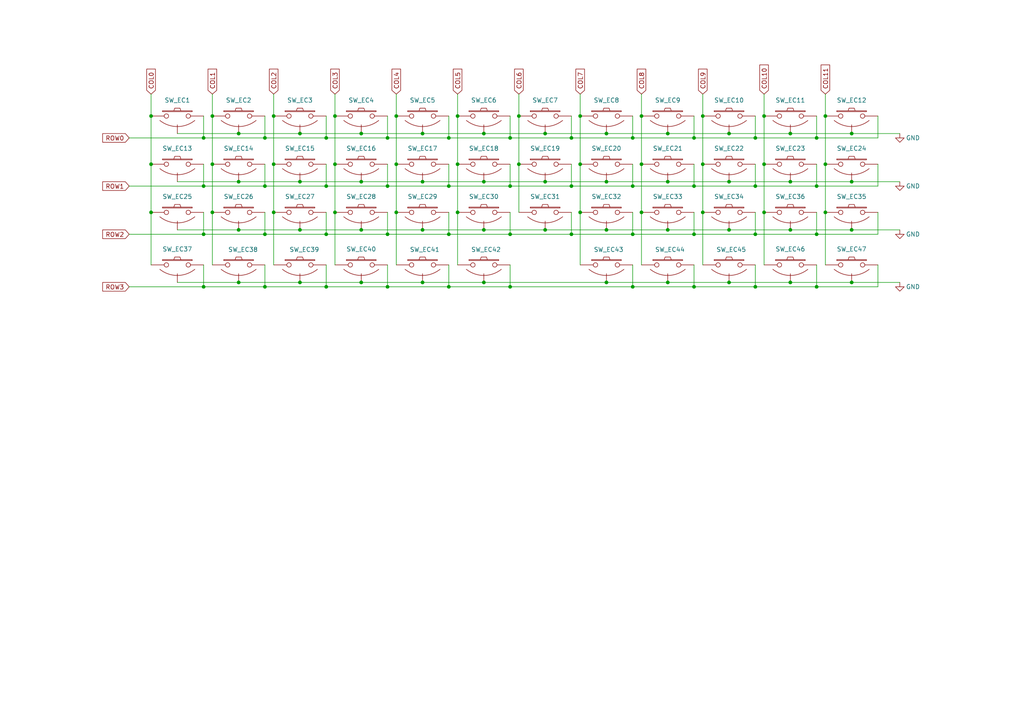
<source format=kicad_sch>
(kicad_sch (version 20230121) (generator eeschema)
  (paper "A4")
  (lib_symbols
    (symbol "cipulot_parts:EC_SW" (pin_numbers hide) (pin_names (offset 1.016) hide)
      (property "Reference" "SW" (at 3.81 2.794 0))
      (property "Value" "EC_SW" (at -3.81 3.81 0))
      (symbol "EC_SW_0_1"
        (arc (start -5.08 -1.27) (mid 0 -3.052) (end 5.08 -1.27))
        (rectangle (start -4.318 1.27) (end 4.318 1.524))
        (polyline (pts (xy -1.016 1.524) (xy -0.762 2.286) (xy 0.762 2.286) (xy 1.016 1.524)))
        (pin passive inverted (at -7.62 0 0) (length 5.08) (name "1") (number "1"))
        (pin passive inverted (at 7.62 0 180) (length 5.08) (name "2") (number "2"))
      )
      (symbol "EC_SW_1_1"
        (pin input line (at 0 -5.08 90) (length 2.54) (name "SG") (number "3"))
      )
    )
    (symbol "power:GND" (power) (pin_names (offset 0))
      (property "Value" "GND" (at 0 -3.81 0))
      (symbol "GND_0_1"
        (polyline (pts (xy 0 0) (xy 0 -1.27) (xy 1.27 -1.27) (xy 0 -2.54) (xy -1.27 -1.27) (xy 0 -1.27)))
      )
      (symbol "GND_1_1"
        (pin power_in line (at 0 0 270) (length 0) hide (name "GND") (number "1"))
      )
    )
  )
  (junction (at 69.215 38.735))
  (junction (at 114.935 47.625))
  (junction (at 112.395 40.005))
  (junction (at 79.375 33.655))
  (junction (at 175.895 38.735))
  (junction (at 76.835 40.005))
  (junction (at 94.615 53.975))
  (junction (at 147.955 83.185))
  (junction (at 61.595 61.595))
  (junction (at 219.075 53.975))
  (junction (at 97.155 47.625))
  (junction (at 193.675 52.705))
  (junction (at 86.995 66.675))
  (junction (at 43.815 47.625))
  (junction (at 69.215 81.915))
  (junction (at 104.775 38.735))
  (junction (at 130.175 67.945))
  (junction (at 236.855 83.185))
  (junction (at 247.015 66.675))
  (junction (at 112.395 53.975))
  (junction (at 150.495 33.655))
  (junction (at 147.955 67.945))
  (junction (at 229.235 66.675))
  (junction (at 94.615 83.185))
  (junction (at 140.335 66.675))
  (junction (at 147.955 40.005))
  (junction (at 165.735 67.945))
  (junction (at 43.815 61.595))
  (junction (at 79.375 47.625))
  (junction (at 104.775 66.675))
  (junction (at 229.235 81.915))
  (junction (at 122.555 66.675))
  (junction (at 229.235 52.705))
  (junction (at 247.015 81.915))
  (junction (at 76.835 53.975))
  (junction (at 193.675 38.735))
  (junction (at 59.055 40.005))
  (junction (at 236.855 67.945))
  (junction (at 59.055 53.975))
  (junction (at 175.895 81.915))
  (junction (at 140.335 38.735))
  (junction (at 76.835 83.185))
  (junction (at 132.715 61.595))
  (junction (at 97.155 61.595))
  (junction (at 219.075 67.945))
  (junction (at 122.555 81.915))
  (junction (at 132.715 33.655))
  (junction (at 168.275 61.595))
  (junction (at 219.075 40.005))
  (junction (at 86.995 81.915))
  (junction (at 112.395 67.945))
  (junction (at 130.175 83.185))
  (junction (at 183.515 83.185))
  (junction (at 183.515 40.005))
  (junction (at 59.055 83.185))
  (junction (at 247.015 38.735))
  (junction (at 168.275 33.655))
  (junction (at 239.395 47.625))
  (junction (at 175.895 66.675))
  (junction (at 165.735 40.005))
  (junction (at 114.935 61.595))
  (junction (at 186.055 33.655))
  (junction (at 140.335 52.705))
  (junction (at 201.295 53.975))
  (junction (at 86.995 38.735))
  (junction (at 43.815 33.655))
  (junction (at 158.115 38.735))
  (junction (at 229.235 38.735))
  (junction (at 104.775 81.915))
  (junction (at 211.455 38.735))
  (junction (at 76.835 67.945))
  (junction (at 122.555 38.735))
  (junction (at 140.335 81.915))
  (junction (at 114.935 33.655))
  (junction (at 104.775 52.705))
  (junction (at 165.735 53.975))
  (junction (at 69.215 52.705))
  (junction (at 130.175 40.005))
  (junction (at 236.855 53.975))
  (junction (at 122.555 52.705))
  (junction (at 211.455 81.915))
  (junction (at 221.615 47.625))
  (junction (at 193.675 66.675))
  (junction (at 130.175 53.975))
  (junction (at 69.215 66.675))
  (junction (at 201.295 40.005))
  (junction (at 59.055 67.945))
  (junction (at 186.055 47.625))
  (junction (at 236.855 40.005))
  (junction (at 239.395 33.655))
  (junction (at 219.075 83.185))
  (junction (at 175.895 52.705))
  (junction (at 203.835 61.595))
  (junction (at 239.395 61.595))
  (junction (at 186.055 61.595))
  (junction (at 94.615 40.005))
  (junction (at 150.495 47.625))
  (junction (at 201.295 67.945))
  (junction (at 158.115 52.705))
  (junction (at 79.375 61.595))
  (junction (at 221.615 33.655))
  (junction (at 132.715 47.625))
  (junction (at 211.455 52.705))
  (junction (at 221.615 61.595))
  (junction (at 112.395 83.185))
  (junction (at 193.675 81.915))
  (junction (at 247.015 52.705))
  (junction (at 86.995 52.705))
  (junction (at 203.835 47.625))
  (junction (at 201.295 83.185))
  (junction (at 61.595 47.625))
  (junction (at 168.275 47.625))
  (junction (at 94.615 67.945))
  (junction (at 203.835 33.655))
  (junction (at 147.955 53.975))
  (junction (at 183.515 53.975))
  (junction (at 183.515 67.945))
  (junction (at 158.115 66.675))
  (junction (at 211.455 66.675))
  (junction (at 61.595 33.655))
  (junction (at 97.155 33.655))
  (wire (pts (xy 247.015 52.705) (xy 260.985 52.705)))
  (wire (pts (xy 112.395 67.945) (xy 130.175 67.945)))
  (wire (pts (xy 69.215 66.675) (xy 86.995 66.675)))
  (wire (pts (xy 130.175 33.655) (xy 130.175 40.005)))
  (wire (pts (xy 59.055 33.655) (xy 59.055 40.005)))
  (wire (pts (xy 112.395 76.835) (xy 112.395 83.185)))
  (wire (pts (xy 211.455 81.915) (xy 229.235 81.915)))
  (wire (pts (xy 122.555 52.705) (xy 140.335 52.705)))
  (wire (pts (xy 61.595 61.595) (xy 61.595 76.835)))
  (wire (pts (xy 221.615 27.305) (xy 221.615 33.655)))
  (wire (pts (xy 211.455 52.705) (xy 229.235 52.705)))
  (wire (pts (xy 114.935 47.625) (xy 114.935 61.595)))
  (wire (pts (xy 76.835 83.185) (xy 94.615 83.185)))
  (wire (pts (xy 147.955 67.945) (xy 165.735 67.945)))
  (wire (pts (xy 229.235 38.735) (xy 247.015 38.735)))
  (wire (pts (xy 147.955 40.005) (xy 165.735 40.005)))
  (wire (pts (xy 86.995 52.705) (xy 104.775 52.705)))
  (wire (pts (xy 168.275 61.595) (xy 168.275 76.835)))
  (wire (pts (xy 186.055 61.595) (xy 186.055 76.835)))
  (wire (pts (xy 86.995 66.675) (xy 104.775 66.675)))
  (wire (pts (xy 247.015 38.735) (xy 260.985 38.735)))
  (wire (pts (xy 165.735 40.005) (xy 183.515 40.005)))
  (wire (pts (xy 193.675 66.675) (xy 211.455 66.675)))
  (wire (pts (xy 203.835 27.305) (xy 203.835 33.655)))
  (wire (pts (xy 76.835 33.655) (xy 76.835 40.005)))
  (wire (pts (xy 43.815 47.625) (xy 43.815 61.595)))
  (wire (pts (xy 183.515 53.975) (xy 201.295 53.975)))
  (wire (pts (xy 165.735 53.975) (xy 183.515 53.975)))
  (wire (pts (xy 175.895 38.735) (xy 193.675 38.735)))
  (wire (pts (xy 43.815 27.305) (xy 43.815 33.655)))
  (wire (pts (xy 147.955 76.835) (xy 147.955 83.185)))
  (wire (pts (xy 165.735 33.655) (xy 165.735 40.005)))
  (wire (pts (xy 158.115 66.675) (xy 175.895 66.675)))
  (wire (pts (xy 94.615 33.655) (xy 94.615 40.005)))
  (wire (pts (xy 61.595 33.655) (xy 61.595 47.625)))
  (wire (pts (xy 94.615 53.975) (xy 112.395 53.975)))
  (wire (pts (xy 114.935 27.305) (xy 114.935 33.655)))
  (wire (pts (xy 236.855 47.625) (xy 236.855 53.975)))
  (wire (pts (xy 94.615 61.595) (xy 94.615 67.945)))
  (wire (pts (xy 59.055 76.835) (xy 59.055 83.185)))
  (wire (pts (xy 132.715 47.625) (xy 132.715 61.595)))
  (wire (pts (xy 94.615 47.625) (xy 94.615 53.975)))
  (wire (pts (xy 37.465 83.185) (xy 59.055 83.185)))
  (wire (pts (xy 147.955 47.625) (xy 147.955 53.975)))
  (wire (pts (xy 165.735 61.595) (xy 165.735 67.945)))
  (wire (pts (xy 247.015 66.675) (xy 260.985 66.675)))
  (wire (pts (xy 104.775 38.735) (xy 122.555 38.735)))
  (wire (pts (xy 79.375 27.305) (xy 79.375 33.655)))
  (wire (pts (xy 51.435 52.705) (xy 69.215 52.705)))
  (wire (pts (xy 201.295 40.005) (xy 219.075 40.005)))
  (wire (pts (xy 221.615 33.655) (xy 221.615 47.625)))
  (wire (pts (xy 76.835 40.005) (xy 94.615 40.005)))
  (wire (pts (xy 51.435 38.735) (xy 69.215 38.735)))
  (wire (pts (xy 236.855 53.975) (xy 254.635 53.975)))
  (wire (pts (xy 122.555 38.735) (xy 140.335 38.735)))
  (wire (pts (xy 79.375 47.625) (xy 79.375 61.595)))
  (wire (pts (xy 130.175 76.835) (xy 130.175 83.185)))
  (wire (pts (xy 168.275 27.305) (xy 168.275 33.655)))
  (wire (pts (xy 193.675 81.915) (xy 211.455 81.915)))
  (wire (pts (xy 112.395 47.625) (xy 112.395 53.975)))
  (wire (pts (xy 211.455 66.675) (xy 229.235 66.675)))
  (wire (pts (xy 203.835 47.625) (xy 203.835 61.595)))
  (wire (pts (xy 229.235 66.675) (xy 247.015 66.675)))
  (wire (pts (xy 130.175 83.185) (xy 147.955 83.185)))
  (wire (pts (xy 219.075 53.975) (xy 236.855 53.975)))
  (wire (pts (xy 130.175 53.975) (xy 147.955 53.975)))
  (wire (pts (xy 236.855 83.185) (xy 254.635 83.185)))
  (wire (pts (xy 186.055 33.655) (xy 186.055 47.625)))
  (wire (pts (xy 219.075 40.005) (xy 236.855 40.005)))
  (wire (pts (xy 168.275 47.625) (xy 168.275 61.595)))
  (wire (pts (xy 175.895 52.705) (xy 193.675 52.705)))
  (wire (pts (xy 239.395 33.655) (xy 239.395 47.625)))
  (wire (pts (xy 76.835 53.975) (xy 94.615 53.975)))
  (wire (pts (xy 183.515 83.185) (xy 201.295 83.185)))
  (wire (pts (xy 254.635 76.835) (xy 254.635 83.185)))
  (wire (pts (xy 112.395 33.655) (xy 112.395 40.005)))
  (wire (pts (xy 219.075 61.595) (xy 219.075 67.945)))
  (wire (pts (xy 130.175 61.595) (xy 130.175 67.945)))
  (wire (pts (xy 229.235 52.705) (xy 247.015 52.705)))
  (wire (pts (xy 211.455 38.735) (xy 229.235 38.735)))
  (wire (pts (xy 97.155 61.595) (xy 97.155 76.835)))
  (wire (pts (xy 165.735 67.945) (xy 183.515 67.945)))
  (wire (pts (xy 201.295 76.835) (xy 201.295 83.185)))
  (wire (pts (xy 43.815 61.595) (xy 43.815 76.835)))
  (wire (pts (xy 175.895 66.675) (xy 193.675 66.675)))
  (wire (pts (xy 158.115 38.735) (xy 175.895 38.735)))
  (wire (pts (xy 219.075 76.835) (xy 219.075 83.185)))
  (wire (pts (xy 122.555 81.915) (xy 140.335 81.915)))
  (wire (pts (xy 130.175 47.625) (xy 130.175 53.975)))
  (wire (pts (xy 236.855 76.835) (xy 236.855 83.185)))
  (wire (pts (xy 140.335 52.705) (xy 158.115 52.705)))
  (wire (pts (xy 219.075 83.185) (xy 236.855 83.185)))
  (wire (pts (xy 236.855 61.595) (xy 236.855 67.945)))
  (wire (pts (xy 239.395 47.625) (xy 239.395 61.595)))
  (wire (pts (xy 86.995 81.915) (xy 104.775 81.915)))
  (wire (pts (xy 236.855 40.005) (xy 254.635 40.005)))
  (wire (pts (xy 59.055 83.185) (xy 76.835 83.185)))
  (wire (pts (xy 201.295 67.945) (xy 219.075 67.945)))
  (wire (pts (xy 61.595 47.625) (xy 61.595 61.595)))
  (wire (pts (xy 183.515 40.005) (xy 201.295 40.005)))
  (wire (pts (xy 201.295 47.625) (xy 201.295 53.975)))
  (wire (pts (xy 104.775 81.915) (xy 122.555 81.915)))
  (wire (pts (xy 203.835 61.595) (xy 203.835 76.835)))
  (wire (pts (xy 254.635 61.595) (xy 254.635 67.945)))
  (wire (pts (xy 59.055 40.005) (xy 76.835 40.005)))
  (wire (pts (xy 97.155 47.625) (xy 97.155 61.595)))
  (wire (pts (xy 150.495 47.625) (xy 150.495 61.595)))
  (wire (pts (xy 94.615 40.005) (xy 112.395 40.005)))
  (wire (pts (xy 140.335 66.675) (xy 158.115 66.675)))
  (wire (pts (xy 193.675 38.735) (xy 211.455 38.735)))
  (wire (pts (xy 183.515 33.655) (xy 183.515 40.005)))
  (wire (pts (xy 254.635 47.625) (xy 254.635 53.975)))
  (wire (pts (xy 112.395 61.595) (xy 112.395 67.945)))
  (wire (pts (xy 51.435 66.675) (xy 69.215 66.675)))
  (wire (pts (xy 132.715 61.595) (xy 132.715 76.835)))
  (wire (pts (xy 104.775 66.675) (xy 122.555 66.675)))
  (wire (pts (xy 79.375 33.655) (xy 79.375 47.625)))
  (wire (pts (xy 122.555 66.675) (xy 140.335 66.675)))
  (wire (pts (xy 97.155 33.655) (xy 97.155 47.625)))
  (wire (pts (xy 254.635 33.655) (xy 254.635 40.005)))
  (wire (pts (xy 43.815 33.655) (xy 43.815 47.625)))
  (wire (pts (xy 193.675 52.705) (xy 211.455 52.705)))
  (wire (pts (xy 219.075 47.625) (xy 219.075 53.975)))
  (wire (pts (xy 114.935 61.595) (xy 114.935 76.835)))
  (wire (pts (xy 201.295 83.185) (xy 219.075 83.185)))
  (wire (pts (xy 229.235 81.915) (xy 247.015 81.915)))
  (wire (pts (xy 114.935 33.655) (xy 114.935 47.625)))
  (wire (pts (xy 94.615 67.945) (xy 112.395 67.945)))
  (wire (pts (xy 147.955 61.595) (xy 147.955 67.945)))
  (wire (pts (xy 112.395 53.975) (xy 130.175 53.975)))
  (wire (pts (xy 203.835 33.655) (xy 203.835 47.625)))
  (wire (pts (xy 112.395 83.185) (xy 130.175 83.185)))
  (wire (pts (xy 94.615 83.185) (xy 112.395 83.185)))
  (wire (pts (xy 183.515 67.945) (xy 201.295 67.945)))
  (wire (pts (xy 51.435 81.915) (xy 69.215 81.915)))
  (wire (pts (xy 132.715 27.305) (xy 132.715 33.655)))
  (wire (pts (xy 59.055 61.595) (xy 59.055 67.945)))
  (wire (pts (xy 37.465 40.005) (xy 59.055 40.005)))
  (wire (pts (xy 175.895 81.915) (xy 193.675 81.915)))
  (wire (pts (xy 97.155 27.305) (xy 97.155 33.655)))
  (wire (pts (xy 201.295 33.655) (xy 201.295 40.005)))
  (wire (pts (xy 150.495 27.305) (xy 150.495 33.655)))
  (wire (pts (xy 130.175 40.005) (xy 147.955 40.005)))
  (wire (pts (xy 236.855 67.945) (xy 254.635 67.945)))
  (wire (pts (xy 86.995 38.735) (xy 104.775 38.735)))
  (wire (pts (xy 150.495 33.655) (xy 150.495 47.625)))
  (wire (pts (xy 76.835 61.595) (xy 76.835 67.945)))
  (wire (pts (xy 147.955 53.975) (xy 165.735 53.975)))
  (wire (pts (xy 183.515 76.835) (xy 183.515 83.185)))
  (wire (pts (xy 219.075 67.945) (xy 236.855 67.945)))
  (wire (pts (xy 201.295 61.595) (xy 201.295 67.945)))
  (wire (pts (xy 147.955 33.655) (xy 147.955 40.005)))
  (wire (pts (xy 183.515 61.595) (xy 183.515 67.945)))
  (wire (pts (xy 37.465 67.945) (xy 59.055 67.945)))
  (wire (pts (xy 59.055 47.625) (xy 59.055 53.975)))
  (wire (pts (xy 76.835 76.835) (xy 76.835 83.185)))
  (wire (pts (xy 168.275 33.655) (xy 168.275 47.625)))
  (wire (pts (xy 140.335 38.735) (xy 158.115 38.735)))
  (wire (pts (xy 239.395 27.305) (xy 239.395 33.655)))
  (wire (pts (xy 221.615 61.595) (xy 221.615 76.835)))
  (wire (pts (xy 219.075 33.655) (xy 219.075 40.005)))
  (wire (pts (xy 94.615 76.835) (xy 94.615 83.185)))
  (wire (pts (xy 130.175 67.945) (xy 147.955 67.945)))
  (wire (pts (xy 236.855 33.655) (xy 236.855 40.005)))
  (wire (pts (xy 59.055 53.975) (xy 76.835 53.975)))
  (wire (pts (xy 140.335 81.915) (xy 175.895 81.915)))
  (wire (pts (xy 104.775 52.705) (xy 122.555 52.705)))
  (wire (pts (xy 201.295 53.975) (xy 219.075 53.975)))
  (wire (pts (xy 183.515 47.625) (xy 183.515 53.975)))
  (wire (pts (xy 247.015 81.915) (xy 260.985 81.915)))
  (wire (pts (xy 165.735 47.625) (xy 165.735 53.975)))
  (wire (pts (xy 158.115 52.705) (xy 175.895 52.705)))
  (wire (pts (xy 186.055 27.305) (xy 186.055 33.655)))
  (wire (pts (xy 239.395 61.595) (xy 239.395 76.835)))
  (wire (pts (xy 221.615 47.625) (xy 221.615 61.595)))
  (wire (pts (xy 61.595 27.305) (xy 61.595 33.655)))
  (wire (pts (xy 69.215 52.705) (xy 86.995 52.705)))
  (wire (pts (xy 147.955 83.185) (xy 183.515 83.185)))
  (wire (pts (xy 59.055 67.945) (xy 76.835 67.945)))
  (wire (pts (xy 76.835 67.945) (xy 94.615 67.945)))
  (wire (pts (xy 112.395 40.005) (xy 130.175 40.005)))
  (wire (pts (xy 69.215 81.915) (xy 86.995 81.915)))
  (wire (pts (xy 132.715 33.655) (xy 132.715 47.625)))
  (wire (pts (xy 79.375 61.595) (xy 79.375 76.835)))
  (wire (pts (xy 69.215 38.735) (xy 86.995 38.735)))
  (wire (pts (xy 37.465 53.975) (xy 59.055 53.975)))
  (wire (pts (xy 186.055 47.625) (xy 186.055 61.595)))
  (wire (pts (xy 76.835 47.625) (xy 76.835 53.975)))
  (global_label "COL11" (shape input) (at 239.395 27.305 90) (property "Intersheetrefs" "${INTERSHEET_REFS}" (effects hide)))
  (global_label "COL9" (shape input) (at 203.835 27.305 90) (property "Intersheetrefs" "${INTERSHEET_REFS}" (effects hide)))
  (global_label "COL6" (shape input) (at 150.495 27.305 90) (property "Intersheetrefs" "${INTERSHEET_REFS}" (effects hide)))
  (global_label "COL8" (shape input) (at 186.055 27.305 90) (property "Intersheetrefs" "${INTERSHEET_REFS}" (effects hide)))
  (global_label "COL5" (shape input) (at 132.715 27.305 90) (property "Intersheetrefs" "${INTERSHEET_REFS}" (effects hide)))
  (global_label "ROW3" (shape input) (at 37.465 83.185 180) (property "Intersheetrefs" "${INTERSHEET_REFS}" (effects hide)))
  (global_label "COL7" (shape input) (at 168.275 27.305 90) (property "Intersheetrefs" "${INTERSHEET_REFS}" (effects hide)))
  (global_label "ROW2" (shape input) (at 37.465 67.945 180) (property "Intersheetrefs" "${INTERSHEET_REFS}" (effects hide)))
  (global_label "COL0" (shape input) (at 43.815 27.305 90) (property "Intersheetrefs" "${INTERSHEET_REFS}" (effects hide)))
  (global_label "ROW1" (shape input) (at 37.465 53.975 180) (property "Intersheetrefs" "${INTERSHEET_REFS}" (effects hide)))
  (global_label "COL1" (shape input) (at 61.595 27.305 90) (property "Intersheetrefs" "${INTERSHEET_REFS}" (effects hide)))
  (global_label "COL4" (shape input) (at 114.935 27.305 90) (property "Intersheetrefs" "${INTERSHEET_REFS}" (effects hide)))
  (global_label "COL10" (shape input) (at 221.615 27.305 90) (property "Intersheetrefs" "${INTERSHEET_REFS}" (effects hide)))
  (global_label "ROW0" (shape input) (at 37.465 40.005 180) (property "Intersheetrefs" "${INTERSHEET_REFS}" (effects hide)))
  (global_label "COL2" (shape input) (at 79.375 27.305 90) (property "Intersheetrefs" "${INTERSHEET_REFS}" (effects hide)))
  (global_label "COL3" (shape input) (at 97.155 27.305 90) (property "Intersheetrefs" "${INTERSHEET_REFS}" (effects hide)))
  (symbol (lib_id "cipulot_parts:EC_SW") (at 140.335 61.595 0) (unit 1)
    (property "Reference" "SW_EC30" (at 140.335 57.023 0))
    (property "Value" "Topre" (effects hide))
    (property "Footprint" "cipulot_parts:ecs_pad_1U_no_ring" (effects hide))
  )
  (symbol (lib_id "cipulot_parts:EC_SW") (at 69.215 61.595 0) (unit 1)
    (property "Reference" "SW_EC26" (at 69.215 57.023 0))
    (property "Value" "Topre" (effects hide))
    (property "Footprint" "cipulot_parts:ecs_pad_1U_no_ring" (effects hide))
  )
  (symbol (lib_id "cipulot_parts:EC_SW") (at 122.555 61.595 0) (unit 1)
    (property "Reference" "SW_EC29" (at 122.555 57.023 0))
    (property "Value" "Topre" (effects hide))
    (property "Footprint" "cipulot_parts:ecs_pad_1U_no_ring" (effects hide))
  )
  (symbol (lib_id "cipulot_parts:EC_SW") (at 69.215 33.655 0) (unit 1)
    (property "Reference" "SW_EC2" (at 69.215 29.083 0))
    (property "Value" "Topre" (effects hide))
    (property "Footprint" "cipulot_parts:ecs_pad_1U_no_ring" (effects hide))
  )
  (symbol (lib_id "cipulot_parts:EC_SW") (at 158.115 33.655 0) (unit 1)
    (property "Reference" "SW_EC7" (at 158.115 29.083 0))
    (property "Value" "Topre" (effects hide))
    (property "Footprint" "cipulot_parts:ecs_pad_1U_no_ring" (effects hide))
  )
  (symbol (lib_id "cipulot_parts:EC_SW") (at 51.435 61.595 0) (unit 1)
    (property "Reference" "SW_EC25" (at 51.435 57.023 0))
    (property "Value" "Topre" (effects hide))
    (property "Footprint" "cipulot_parts:ecs_pad_1U_no_ring" (effects hide))
  )
  (symbol (lib_id "cipulot_parts:EC_SW") (at 211.455 33.655 0) (unit 1)
    (property "Reference" "SW_EC10" (at 211.455 29.083 0))
    (property "Value" "Topre" (effects hide))
    (property "Footprint" "cipulot_parts:ecs_pad_1U_no_ring" (effects hide))
  )
  (symbol (lib_id "power:GND") (at 260.985 81.915 0) (unit 1)
    (property "Reference" "#PWR037" (effects hide))
    (property "Value" "GND" (at 264.795 83.185 0))
    (instances (project "oceanographer EC" (path "" (reference "#PWR037") (unit 1))) (project "EC matrix" (path "" (reference "#PWR011") (unit 1))) (project "forti EC" (path "" (reference "#PWR011") (unit 1))))
  )
  (symbol (lib_id "cipulot_parts:EC_SW") (at 86.995 61.595 0) (unit 1)
    (property "Reference" "SW_EC27" (at 86.995 57.023 0))
    (property "Value" "Topre" (effects hide))
    (property "Footprint" "cipulot_parts:ecs_pad_1U_no_ring" (effects hide))
  )
  (symbol (lib_id "cipulot_parts:EC_SW") (at 229.235 47.625 0) (unit 1)
    (property "Reference" "SW_EC23" (at 229.235 43.053 0))
    (property "Value" "Topre" (effects hide))
    (property "Footprint" "cipulot_parts:ecs_pad_1U_no_ring" (effects hide))
  )
  (symbol (lib_id "cipulot_parts:EC_SW") (at 51.435 33.655 0) (unit 1)
    (property "Reference" "SW_EC1" (at 51.435 29.083 0))
    (property "Value" "Topre" (effects hide))
    (property "Footprint" "cipulot_parts:ecs_pad_1U_no_ring" (effects hide))
  )
  (symbol (lib_id "cipulot_parts:EC_SW") (at 69.215 47.625 0) (unit 1)
    (property "Reference" "SW_EC14" (at 69.215 43.053 0))
    (property "Value" "Topre" (effects hide))
    (property "Footprint" "cipulot_parts:ecs_pad_1U_no_ring" (effects hide))
  )
  (symbol (lib_id "cipulot_parts:EC_SW") (at 140.335 33.655 0) (unit 1)
    (property "Reference" "SW_EC6" (at 140.335 29.083 0))
    (property "Value" "Topre" (effects hide))
    (property "Footprint" "cipulot_parts:ecs_pad_1U_no_ring" (effects hide))
  )
  (symbol (lib_id "cipulot_parts:EC_SW") (at 193.675 33.655 0) (unit 1)
    (property "Reference" "SW_EC9" (at 193.675 29.083 0))
    (property "Value" "Topre" (effects hide))
    (property "Footprint" "cipulot_parts:ecs_pad_1U_no_ring" (effects hide))
  )
  (symbol (lib_id "power:GND") (at 260.985 38.735 0) (unit 1)
    (property "Reference" "#PWR033" (effects hide))
    (property "Value" "GND" (at 264.795 40.005 0))
    (instances (project "oceanographer EC" (path "" (reference "#PWR033") (unit 1))) (project "EC matrix" (path "" (reference "#PWR014") (unit 1))) (project "forti EC" (path "" (reference "#PWR014") (unit 1))))
  )
  (symbol (lib_id "cipulot_parts:EC_SW") (at 104.775 47.625 0) (unit 1)
    (property "Reference" "SW_EC16" (at 104.775 43.053 0))
    (property "Value" "Topre" (effects hide))
    (property "Footprint" "cipulot_parts:ecs_pad_1U_no_ring" (effects hide))
  )
  (symbol (lib_id "cipulot_parts:EC_SW") (at 211.455 47.625 0) (unit 1)
    (property "Reference" "SW_EC22" (at 211.455 43.053 0))
    (property "Value" "Topre" (effects hide))
    (property "Footprint" "cipulot_parts:ecs_pad_1U_no_ring" (effects hide))
  )
  (symbol (lib_id "cipulot_parts:EC_SW") (at 229.235 61.595 0) (unit 1)
    (property "Reference" "SW_EC36" (at 229.235 57.023 0))
    (property "Value" "Topre" (effects hide))
    (property "Footprint" "cipulot_parts:ecs_pad_1U_no_ring" (effects hide))
    (instances (project "oceanographer EC" (path "" (reference "SW_EC36") (unit 1))) (project "EC matrix" (path "" (reference "SW_EC35") (unit 1))) (project "forti EC" (path "" (reference "SW_EC24") (unit 1))))
  )
  (symbol (lib_id "cipulot_parts:EC_SW") (at 175.895 61.595 0) (unit 1)
    (property "Reference" "SW_EC32" (at 175.895 57.023 0))
    (property "Value" "Topre" (effects hide))
    (property "Footprint" "cipulot_parts:ecs_pad_1U_no_ring" (effects hide))
  )
  (symbol (lib_id "cipulot_parts:EC_SW") (at 104.775 33.655 0) (unit 1)
    (property "Reference" "SW_EC4" (at 104.775 29.083 0))
    (property "Value" "Topre" (effects hide))
    (property "Footprint" "cipulot_parts:ecs_pad_1U_no_ring" (effects hide))
  )
  (symbol (lib_id "cipulot_parts:EC_SW") (at 86.995 47.625 0) (unit 1)
    (property "Reference" "SW_EC15" (at 86.995 43.053 0))
    (property "Value" "Topre" (effects hide))
    (property "Footprint" "cipulot_parts:ecs_pad_1U_no_ring" (effects hide))
  )
  (symbol (lib_id "power:GND") (at 260.985 52.705 0) (unit 1)
    (property "Reference" "#PWR035" (effects hide))
    (property "Value" "GND" (at 264.795 53.975 0))
    (instances (project "oceanographer EC" (path "" (reference "#PWR035") (unit 1))) (project "EC matrix" (path "" (reference "#PWR07") (unit 1))) (project "forti EC" (path "" (reference "#PWR07") (unit 1))))
  )
  (symbol (lib_id "cipulot_parts:EC_SW") (at 158.115 47.625 0) (unit 1)
    (property "Reference" "SW_EC19" (at 158.115 43.053 0))
    (property "Value" "Topre" (effects hide))
    (property "Footprint" "cipulot_parts:ecs_pad_1U_no_ring" (effects hide))
  )
  (symbol (lib_id "cipulot_parts:EC_SW") (at 158.115 61.595 0) (unit 1)
    (property "Reference" "SW_EC31" (at 158.115 57.023 0))
    (property "Value" "Topre" (effects hide))
    (property "Footprint" "cipulot_parts:ecs_pad_1U_no_ring" (effects hide))
  )
  (symbol (lib_id "power:GND") (at 260.985 66.675 0) (unit 1)
    (property "Reference" "#PWR036" (effects hide))
    (property "Value" "GND" (at 264.795 67.945 0))
    (instances (project "oceanographer EC" (path "" (reference "#PWR036") (unit 1))) (project "EC matrix" (path "" (reference "#PWR06") (unit 1))) (project "forti EC" (path "" (reference "#PWR06") (unit 1))))
  )
  (symbol (lib_id "cipulot_parts:EC_SW") (at 229.235 33.655 0) (unit 1)
    (property "Reference" "SW_EC11" (at 229.235 29.083 0))
    (property "Value" "Topre" (effects hide))
    (property "Footprint" "cipulot_parts:ecs_pad_1U_no_ring" (effects hide))
  )
  (symbol (lib_id "cipulot_parts:EC_SW") (at 211.455 76.835 0) (unit 1)
    (property "Reference" "SW_EC45" (at 212.09 72.39 0))
    (property "Value" "Topre" (effects hide))
    (property "Footprint" "cipulot_parts:ecs_pad_1U_no_ring" (effects hide))
    (instances (project "oceanographer EC" (path "" (reference "SW_EC45") (unit 1))) (project "EC matrix" (path "" (reference "SW_EC46") (unit 1))) (project "forti EC" (path "" (reference "SW_EC46") (unit 1))))
  )
  (symbol (lib_id "cipulot_parts:EC_SW") (at 86.995 76.835 0) (unit 1)
    (property "Reference" "SW_EC39" (at 88.265 72.39 0))
    (property "Value" "Topre" (effects hide))
    (property "Footprint" "cipulot_parts:ecs_pad_1U_no_ring" (effects hide))
  )
  (symbol (lib_id "cipulot_parts:EC_SW") (at 140.335 47.625 0) (unit 1)
    (property "Reference" "SW_EC18" (at 140.335 43.053 0))
    (property "Value" "Topre" (effects hide))
    (property "Footprint" "cipulot_parts:ecs_pad_1U_no_ring" (effects hide))
  )
  (symbol (lib_id "cipulot_parts:EC_SW") (at 51.435 47.625 0) (unit 1)
    (property "Reference" "SW_EC13" (at 51.435 43.053 0))
    (property "Value" "Topre" (effects hide))
    (property "Footprint" "cipulot_parts:ecs_pad_1U_no_ring" (effects hide))
    (instances (project "oceanographer EC" (path "" (reference "SW_EC13") (unit 1))) (project "EC matrix" (path "" (reference "SW_EC13") (unit 1))) (project "forti EC" (path "" (reference "SW_EC14") (unit 1))))
  )
  (symbol (lib_id "cipulot_parts:EC_SW") (at 193.675 47.625 0) (unit 1)
    (property "Reference" "SW_EC21" (at 193.675 43.053 0))
    (property "Value" "Topre" (effects hide))
    (property "Footprint" "cipulot_parts:ecs_pad_1U_no_ring" (effects hide))
  )
  (symbol (lib_id "cipulot_parts:EC_SW") (at 247.015 33.655 0) (unit 1)
    (property "Reference" "SW_EC12" (at 247.015 29.083 0))
    (property "Value" "Topre" (effects hide))
    (property "Footprint" "cipulot_parts:ecs_pad_1U_no_ring" (effects hide))
  )
  (symbol (lib_id "cipulot_parts:EC_SW") (at 247.015 47.625 0) (unit 1)
    (property "Reference" "SW_EC24" (at 247.015 43.053 0))
    (property "Value" "Topre" (effects hide))
    (property "Footprint" "cipulot_parts:ecs_pad_1U_no_ring" (effects hide))
  )
  (symbol (lib_id "cipulot_parts:EC_SW") (at 175.895 47.625 0) (unit 1)
    (property "Reference" "SW_EC20" (at 175.895 43.053 0))
    (property "Value" "Topre" (effects hide))
    (property "Footprint" "cipulot_parts:ecs_pad_1U_no_ring" (effects hide))
  )
  (symbol (lib_id "cipulot_parts:EC_SW") (at 193.675 76.835 0) (unit 1)
    (property "Reference" "SW_EC44" (at 194.31 72.39 0))
    (property "Value" "Topre" (effects hide))
    (property "Footprint" "cipulot_parts:ecs_pad_1U_no_ring" (effects hide))
    (instances (project "oceanographer EC" (path "" (reference "SW_EC44") (unit 1))) (project "EC matrix" (path "" (reference "SW_EC45") (unit 1))) (project "forti EC" (path "" (reference "SW_EC45") (unit 1))))
  )
  (symbol (lib_id "cipulot_parts:EC_SW") (at 140.335 76.835 0) (unit 1)
    (property "Reference" "SW_EC42" (at 140.97 72.39 0))
    (property "Value" "Topre" (effects hide))
    (property "Footprint" "cipulot_parts:ecs_pad_1U_no_ring" (effects hide))
  )
  (symbol (lib_id "cipulot_parts:EC_SW") (at 104.775 76.835 0) (unit 1)
    (property "Reference" "SW_EC40" (at 104.775 72.263 0))
    (property "Value" "Topre" (effects hide))
    (property "Footprint" "cipulot_parts:ecs_pad_1U_no_ring" (effects hide))
    (instances (project "oceanographer EC" (path "" (reference "SW_EC40") (unit 1))) (project "EC matrix" (path "" (reference "SW_EC37") (unit 1))) (project "forti EC" (path "" (reference "SW_EC24") (unit 1))))
  )
  (symbol (lib_id "cipulot_parts:EC_SW") (at 86.995 33.655 0) (unit 1)
    (property "Reference" "SW_EC3" (at 86.995 29.083 0))
    (property "Value" "Topre" (effects hide))
    (property "Footprint" "cipulot_parts:ecs_pad_1U_no_ring" (effects hide))
  )
  (symbol (lib_id "cipulot_parts:EC_SW") (at 175.895 76.835 0) (unit 1)
    (property "Reference" "SW_EC43" (at 176.53 72.39 0))
    (property "Value" "Topre" (effects hide))
    (property "Footprint" "cipulot_parts:ecs_pad_1U_no_ring" (effects hide))
  )
  (symbol (lib_id "cipulot_parts:EC_SW") (at 104.775 61.595 0) (unit 1)
    (property "Reference" "SW_EC28" (at 104.775 57.023 0))
    (property "Value" "Topre" (effects hide))
    (property "Footprint" "cipulot_parts:ecs_pad_1U_no_ring" (effects hide))
  )
  (symbol (lib_id "cipulot_parts:EC_SW") (at 122.555 76.835 0) (unit 1)
    (property "Reference" "SW_EC41" (at 123.19 72.39 0))
    (property "Value" "Topre" (effects hide))
    (property "Footprint" "cipulot_parts:ecs_pad_1U_no_ring" (effects hide))
  )
  (symbol (lib_id "cipulot_parts:EC_SW") (at 51.435 76.835 0) (unit 1)
    (property "Reference" "SW_EC37" (at 51.435 72.263 0))
    (property "Value" "Topre" (effects hide))
    (property "Footprint" "cipulot_parts:ecs_pad_1U_no_ring" (effects hide))
    (instances (project "oceanographer EC" (path "" (reference "SW_EC37") (unit 1))) (project "EC matrix" (path "" (reference "SW_EC36") (unit 1))) (project "forti EC" (path "" (reference "SW_EC24") (unit 1))))
  )
  (symbol (lib_id "cipulot_parts:EC_SW") (at 247.015 76.835 0) (unit 1)
    (property "Reference" "SW_EC47" (at 247.015 72.263 0))
    (property "Value" "Topre" (effects hide))
    (property "Footprint" "cipulot_parts:ecs_pad_1U_no_ring" (effects hide))
    (instances (project "oceanographer EC" (path "" (reference "SW_EC47") (unit 1))) (project "EC matrix" (path "" (reference "SW_EC40") (unit 1))) (project "forti EC" (path "" (reference "SW_EC24") (unit 1))))
  )
  (symbol (lib_id "cipulot_parts:EC_SW") (at 175.895 33.655 0) (unit 1)
    (property "Reference" "SW_EC8" (at 175.895 29.083 0))
    (property "Value" "Topre" (effects hide))
    (property "Footprint" "cipulot_parts:ecs_pad_1U_no_ring" (effects hide))
  )
  (symbol (lib_id "cipulot_parts:EC_SW") (at 229.235 76.835 0) (unit 1)
    (property "Reference" "SW_EC46" (at 229.235 72.263 0))
    (property "Value" "Topre" (effects hide))
    (property "Footprint" "cipulot_parts:ecs_pad_1U_no_ring" (effects hide))
    (instances (project "oceanographer EC" (path "" (reference "SW_EC46") (unit 1))) (project "EC matrix" (path "" (reference "SW_EC44") (unit 1))) (project "forti EC" (path "" (reference "SW_EC24") (unit 1))))
  )
  (symbol (lib_id "cipulot_parts:EC_SW") (at 211.455 61.595 0) (unit 1)
    (property "Reference" "SW_EC34" (at 211.455 57.023 0))
    (property "Value" "Topre" (effects hide))
    (property "Footprint" "cipulot_parts:ecs_pad_1U_no_ring" (effects hide))
  )
  (symbol (lib_id "cipulot_parts:EC_SW") (at 122.555 47.625 0) (unit 1)
    (property "Reference" "SW_EC17" (at 122.555 43.053 0))
    (property "Value" "Topre" (effects hide))
    (property "Footprint" "cipulot_parts:ecs_pad_1U_no_ring" (effects hide))
  )
  (symbol (lib_id "cipulot_parts:EC_SW") (at 193.675 61.595 0) (unit 1)
    (property "Reference" "SW_EC33" (at 193.675 57.023 0))
    (property "Value" "Topre" (effects hide))
    (property "Footprint" "cipulot_parts:ecs_pad_1U_no_ring" (effects hide))
  )
  (symbol (lib_id "cipulot_parts:EC_SW") (at 247.015 61.595 0) (unit 1)
    (property "Reference" "SW_EC35" (at 247.015 57.023 0))
    (property "Value" "Topre" (effects hide))
    (property "Footprint" "cipulot_parts:ecs_pad_1U_no_ring" (effects hide))
    (instances (project "oceanographer EC" (path "" (reference "SW_EC35") (unit 1))) (project "EC matrix" (path "" (reference "SW_EC35") (unit 1))) (project "forti EC" (path "" (reference "SW_EC24") (unit 1))))
  )
  (symbol (lib_id "cipulot_parts:EC_SW") (at 69.215 76.835 0) (unit 1)
    (property "Reference" "SW_EC38" (at 70.485 72.39 0))
    (property "Value" "Topre" (effects hide))
    (property "Footprint" "cipulot_parts:ecs_pad_1U_no_ring" (effects hide))
  )
  (symbol (lib_id "cipulot_parts:EC_SW") (at 122.555 33.655 0) (unit 1)
    (property "Reference" "SW_EC5" (at 122.555 29.083 0))
    (property "Value" "Topre" (effects hide))
    (property "Footprint" "cipulot_parts:ecs_pad_1U_no_ring" (effects hide))
  )
)
</source>
